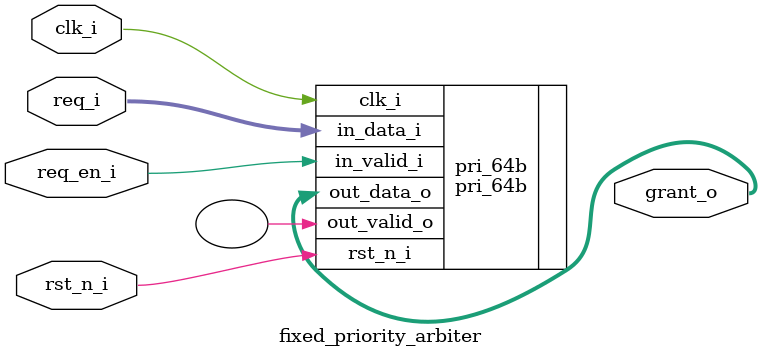
<source format=sv>
/*
 * fixed_priority_arbiter.sv
 *
 *  Created on: 2023-12-18 00:03
 *      Author: Jack Chen <redchenjs@live.com>
 */

`timescale 1 ns / 1 ps

module fixed_priority_arbiter #(
    parameter int NUM_REQ   = 64,
    parameter int NUM_GRANT = 64,
    parameter bit REG_OUT   = 1
) (
    input logic clk_i,
    input logic rst_n_i,

    input logic [NUM_REQ-1:0] req_i,
    input logic               req_en_i,

    output logic [NUM_GRANT-1:0] grant_o
);

pri_64b #(
    .REG_OUT(REG_OUT)
) pri_64b (
    .clk_i(clk_i),
    .rst_n_i(rst_n_i),

    .in_data_i({{(64-NUM_REQ){1'b0}}, req_i}),
    .in_valid_i(req_en_i),

    .out_data_o(grant_o),
    .out_valid_o()
);

endmodule

</source>
